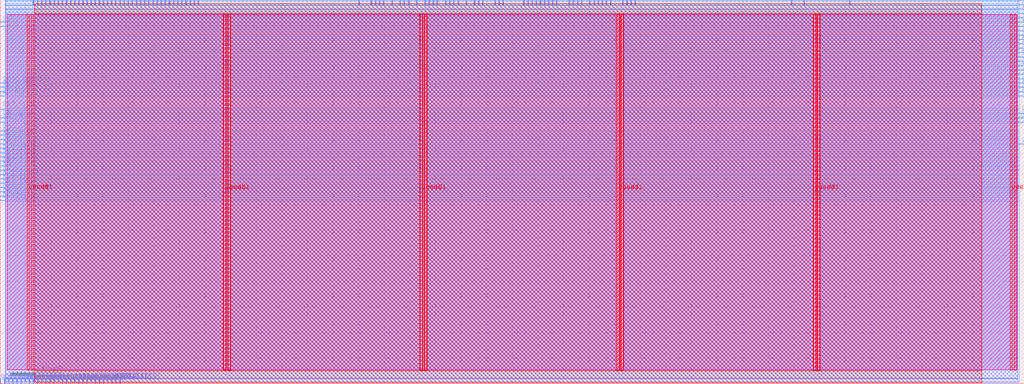
<source format=lef>
VERSION 5.7 ;
  NOWIREEXTENSIONATPIN ON ;
  DIVIDERCHAR "/" ;
  BUSBITCHARS "[]" ;
MACRO team_01
  CLASS BLOCK ;
  FOREIGN team_01 ;
  ORIGIN 0.000 0.000 ;
  SIZE 800.000 BY 300.000 ;
  PIN ACK_I
    DIRECTION INPUT ;
    USE SIGNAL ;
    ANTENNAGATEAREA 0.196500 ;
    ANTENNADIFFAREA 0.434700 ;
    PORT
      LAYER met2 ;
        RECT 64.490 296.000 64.770 300.000 ;
    END
  END ACK_I
  PIN ADR_O[0]
    DIRECTION OUTPUT ;
    USE SIGNAL ;
    ANTENNADIFFAREA 0.445500 ;
    PORT
      LAYER met2 ;
        RECT 305.990 296.000 306.270 300.000 ;
    END
  END ADR_O[0]
  PIN ADR_O[10]
    DIRECTION OUTPUT ;
    USE SIGNAL ;
    ANTENNADIFFAREA 0.445500 ;
    PORT
      LAYER met2 ;
        RECT 338.190 296.000 338.470 300.000 ;
    END
  END ADR_O[10]
  PIN ADR_O[11]
    DIRECTION OUTPUT ;
    USE SIGNAL ;
    ANTENNADIFFAREA 0.445500 ;
    PORT
      LAYER met2 ;
        RECT 415.470 296.000 415.750 300.000 ;
    END
  END ADR_O[11]
  PIN ADR_O[12]
    DIRECTION OUTPUT ;
    USE SIGNAL ;
    ANTENNADIFFAREA 0.445500 ;
    PORT
      LAYER met2 ;
        RECT 315.650 296.000 315.930 300.000 ;
    END
  END ADR_O[12]
  PIN ADR_O[13]
    DIRECTION OUTPUT ;
    USE SIGNAL ;
    ANTENNADIFFAREA 0.445500 ;
    PORT
      LAYER met2 ;
        RECT 289.890 296.000 290.170 300.000 ;
    END
  END ADR_O[13]
  PIN ADR_O[14]
    DIRECTION OUTPUT ;
    USE SIGNAL ;
    ANTENNADIFFAREA 0.445500 ;
    PORT
      LAYER met2 ;
        RECT 296.330 296.000 296.610 300.000 ;
    END
  END ADR_O[14]
  PIN ADR_O[15]
    DIRECTION OUTPUT ;
    USE SIGNAL ;
    ANTENNADIFFAREA 0.445500 ;
    PORT
      LAYER met2 ;
        RECT 354.290 296.000 354.570 300.000 ;
    END
  END ADR_O[15]
  PIN ADR_O[16]
    DIRECTION OUTPUT ;
    USE SIGNAL ;
    ANTENNADIFFAREA 0.445500 ;
    PORT
      LAYER met2 ;
        RECT 80.590 296.000 80.870 300.000 ;
    END
  END ADR_O[16]
  PIN ADR_O[17]
    DIRECTION OUTPUT ;
    USE SIGNAL ;
    ANTENNADIFFAREA 0.445500 ;
    PORT
      LAYER met2 ;
        RECT 83.810 296.000 84.090 300.000 ;
    END
  END ADR_O[17]
  PIN ADR_O[18]
    DIRECTION OUTPUT ;
    USE SIGNAL ;
    ANTENNADIFFAREA 0.445500 ;
    PORT
      LAYER met2 ;
        RECT 389.710 296.000 389.990 300.000 ;
    END
  END ADR_O[18]
  PIN ADR_O[19]
    DIRECTION OUTPUT ;
    USE SIGNAL ;
    ANTENNADIFFAREA 0.445500 ;
    PORT
      LAYER met2 ;
        RECT 418.690 296.000 418.970 300.000 ;
    END
  END ADR_O[19]
  PIN ADR_O[1]
    DIRECTION OUTPUT ;
    USE SIGNAL ;
    ANTENNADIFFAREA 0.445500 ;
    PORT
      LAYER met2 ;
        RECT 144.990 296.000 145.270 300.000 ;
    END
  END ADR_O[1]
  PIN ADR_O[20]
    DIRECTION OUTPUT ;
    USE SIGNAL ;
    ANTENNADIFFAREA 0.445500 ;
    PORT
      LAYER met2 ;
        RECT 425.130 296.000 425.410 300.000 ;
    END
  END ADR_O[20]
  PIN ADR_O[21]
    DIRECTION OUTPUT ;
    USE SIGNAL ;
    ANTENNADIFFAREA 0.445500 ;
    PORT
      LAYER met2 ;
        RECT 347.850 296.000 348.130 300.000 ;
    END
  END ADR_O[21]
  PIN ADR_O[22]
    DIRECTION OUTPUT ;
    USE SIGNAL ;
    ANTENNADIFFAREA 0.445500 ;
    PORT
      LAYER met2 ;
        RECT 135.330 296.000 135.610 300.000 ;
    END
  END ADR_O[22]
  PIN ADR_O[23]
    DIRECTION OUTPUT ;
    USE SIGNAL ;
    ANTENNADIFFAREA 0.445500 ;
    PORT
      LAYER met2 ;
        RECT 299.550 296.000 299.830 300.000 ;
    END
  END ADR_O[23]
  PIN ADR_O[24]
    DIRECTION OUTPUT ;
    USE SIGNAL ;
    ANTENNADIFFAREA 0.445500 ;
    PORT
      LAYER met2 ;
        RECT 373.610 296.000 373.890 300.000 ;
    END
  END ADR_O[24]
  PIN ADR_O[25]
    DIRECTION OUTPUT ;
    USE SIGNAL ;
    ANTENNADIFFAREA 0.445500 ;
    PORT
      LAYER met2 ;
        RECT 386.490 296.000 386.770 300.000 ;
    END
  END ADR_O[25]
  PIN ADR_O[26]
    DIRECTION OUTPUT ;
    USE SIGNAL ;
    ANTENNADIFFAREA 0.445500 ;
    PORT
      LAYER met2 ;
        RECT 293.110 296.000 293.390 300.000 ;
    END
  END ADR_O[26]
  PIN ADR_O[27]
    DIRECTION OUTPUT ;
    USE SIGNAL ;
    ANTENNADIFFAREA 0.445500 ;
    PORT
      LAYER met2 ;
        RECT 280.230 296.000 280.510 300.000 ;
    END
  END ADR_O[27]
  PIN ADR_O[28]
    DIRECTION OUTPUT ;
    USE SIGNAL ;
    ANTENNADIFFAREA 0.445500 ;
    PORT
      LAYER met2 ;
        RECT 392.930 296.000 393.210 300.000 ;
    END
  END ADR_O[28]
  PIN ADR_O[29]
    DIRECTION OUTPUT ;
    USE SIGNAL ;
    ANTENNADIFFAREA 0.445500 ;
    PORT
      LAYER met2 ;
        RECT 334.970 296.000 335.250 300.000 ;
    END
  END ADR_O[29]
  PIN ADR_O[2]
    DIRECTION OUTPUT ;
    USE SIGNAL ;
    ANTENNADIFFAREA 0.445500 ;
    PORT
      LAYER met2 ;
        RECT 325.310 296.000 325.590 300.000 ;
    END
  END ADR_O[2]
  PIN ADR_O[30]
    DIRECTION OUTPUT ;
    USE SIGNAL ;
    ANTENNADIFFAREA 0.445500 ;
    PORT
      LAYER met2 ;
        RECT 119.230 296.000 119.510 300.000 ;
    END
  END ADR_O[30]
  PIN ADR_O[31]
    DIRECTION OUTPUT ;
    USE SIGNAL ;
    ANTENNADIFFAREA 0.445500 ;
    PORT
      LAYER met2 ;
        RECT 154.650 296.000 154.930 300.000 ;
    END
  END ADR_O[31]
  PIN ADR_O[3]
    DIRECTION OUTPUT ;
    USE SIGNAL ;
    ANTENNADIFFAREA 0.445500 ;
    PORT
      LAYER met2 ;
        RECT 112.790 296.000 113.070 300.000 ;
    END
  END ADR_O[3]
  PIN ADR_O[4]
    DIRECTION OUTPUT ;
    USE SIGNAL ;
    ANTENNADIFFAREA 0.445500 ;
    PORT
      LAYER met2 ;
        RECT 318.870 296.000 319.150 300.000 ;
    END
  END ADR_O[4]
  PIN ADR_O[5]
    DIRECTION OUTPUT ;
    USE SIGNAL ;
    ANTENNADIFFAREA 0.445500 ;
    PORT
      LAYER met2 ;
        RECT 341.410 296.000 341.690 300.000 ;
    END
  END ADR_O[5]
  PIN ADR_O[6]
    DIRECTION OUTPUT ;
    USE SIGNAL ;
    ANTENNADIFFAREA 0.445500 ;
    PORT
      LAYER met2 ;
        RECT 357.510 296.000 357.790 300.000 ;
    END
  END ADR_O[6]
  PIN ADR_O[7]
    DIRECTION OUTPUT ;
    USE SIGNAL ;
    ANTENNADIFFAREA 0.445500 ;
    PORT
      LAYER met2 ;
        RECT 428.350 296.000 428.630 300.000 ;
    END
  END ADR_O[7]
  PIN ADR_O[8]
    DIRECTION OUTPUT ;
    USE SIGNAL ;
    ANTENNADIFFAREA 0.445500 ;
    PORT
      LAYER met2 ;
        RECT 412.250 296.000 412.530 300.000 ;
    END
  END ADR_O[8]
  PIN ADR_O[9]
    DIRECTION OUTPUT ;
    USE SIGNAL ;
    ANTENNADIFFAREA 0.445500 ;
    PORT
      LAYER met2 ;
        RECT 363.950 296.000 364.230 300.000 ;
    END
  END ADR_O[9]
  PIN CYC_O
    DIRECTION OUTPUT ;
    USE SIGNAL ;
    ANTENNADIFFAREA 0.445500 ;
    PORT
      LAYER met2 ;
        RECT 61.270 296.000 61.550 300.000 ;
    END
  END CYC_O
  PIN DAT_I[0]
    DIRECTION INPUT ;
    USE SIGNAL ;
    ANTENNAGATEAREA 0.196500 ;
    ANTENNADIFFAREA 0.434700 ;
    PORT
      LAYER met2 ;
        RECT 103.130 296.000 103.410 300.000 ;
    END
  END DAT_I[0]
  PIN DAT_I[10]
    DIRECTION INPUT ;
    USE SIGNAL ;
    ANTENNAGATEAREA 0.196500 ;
    ANTENNADIFFAREA 0.434700 ;
    PORT
      LAYER met2 ;
        RECT 87.030 296.000 87.310 300.000 ;
    END
  END DAT_I[10]
  PIN DAT_I[11]
    DIRECTION INPUT ;
    USE SIGNAL ;
    ANTENNAGATEAREA 0.196500 ;
    ANTENNADIFFAREA 0.434700 ;
    PORT
      LAYER met2 ;
        RECT 151.430 296.000 151.710 300.000 ;
    END
  END DAT_I[11]
  PIN DAT_I[12]
    DIRECTION INPUT ;
    USE SIGNAL ;
    ANTENNAGATEAREA 0.196500 ;
    ANTENNADIFFAREA 0.434700 ;
    PORT
      LAYER met2 ;
        RECT 141.770 296.000 142.050 300.000 ;
    END
  END DAT_I[12]
  PIN DAT_I[13]
    DIRECTION INPUT ;
    USE SIGNAL ;
    ANTENNAGATEAREA 0.196500 ;
    ANTENNADIFFAREA 0.434700 ;
    PORT
      LAYER met2 ;
        RECT 109.570 296.000 109.850 300.000 ;
    END
  END DAT_I[13]
  PIN DAT_I[14]
    DIRECTION INPUT ;
    USE SIGNAL ;
    ANTENNAGATEAREA 0.196500 ;
    ANTENNADIFFAREA 0.434700 ;
    PORT
      LAYER met2 ;
        RECT 77.370 296.000 77.650 300.000 ;
    END
  END DAT_I[14]
  PIN DAT_I[15]
    DIRECTION INPUT ;
    USE SIGNAL ;
    ANTENNAGATEAREA 0.196500 ;
    ANTENNADIFFAREA 0.434700 ;
    PORT
      LAYER met3 ;
        RECT 0.000 180.240 4.000 180.840 ;
    END
  END DAT_I[15]
  PIN DAT_I[16]
    DIRECTION INPUT ;
    USE SIGNAL ;
    ANTENNAGATEAREA 0.196500 ;
    ANTENNADIFFAREA 0.434700 ;
    PORT
      LAYER met3 ;
        RECT 0.000 142.840 4.000 143.440 ;
    END
  END DAT_I[16]
  PIN DAT_I[17]
    DIRECTION INPUT ;
    USE SIGNAL ;
    ANTENNAGATEAREA 0.196500 ;
    ANTENNADIFFAREA 0.434700 ;
    PORT
      LAYER met3 ;
        RECT 0.000 163.240 4.000 163.840 ;
    END
  END DAT_I[17]
  PIN DAT_I[18]
    DIRECTION INPUT ;
    USE SIGNAL ;
    ANTENNAGATEAREA 0.196500 ;
    ANTENNADIFFAREA 0.434700 ;
    PORT
      LAYER met3 ;
        RECT 0.000 153.040 4.000 153.640 ;
    END
  END DAT_I[18]
  PIN DAT_I[19]
    DIRECTION INPUT ;
    USE SIGNAL ;
    ANTENNAGATEAREA 0.196500 ;
    ANTENNADIFFAREA 0.434700 ;
    PORT
      LAYER met3 ;
        RECT 0.000 166.640 4.000 167.240 ;
    END
  END DAT_I[19]
  PIN DAT_I[1]
    DIRECTION INPUT ;
    USE SIGNAL ;
    ANTENNAGATEAREA 0.196500 ;
    ANTENNADIFFAREA 0.434700 ;
    PORT
      LAYER met2 ;
        RECT 122.450 296.000 122.730 300.000 ;
    END
  END DAT_I[1]
  PIN DAT_I[20]
    DIRECTION INPUT ;
    USE SIGNAL ;
    ANTENNAGATEAREA 0.196500 ;
    ANTENNADIFFAREA 0.434700 ;
    PORT
      LAYER met3 ;
        RECT 0.000 173.440 4.000 174.040 ;
    END
  END DAT_I[20]
  PIN DAT_I[21]
    DIRECTION INPUT ;
    USE SIGNAL ;
    ANTENNAGATEAREA 0.196500 ;
    ANTENNADIFFAREA 0.434700 ;
    PORT
      LAYER met3 ;
        RECT 0.000 156.440 4.000 157.040 ;
    END
  END DAT_I[21]
  PIN DAT_I[22]
    DIRECTION INPUT ;
    USE SIGNAL ;
    ANTENNAGATEAREA 0.196500 ;
    ANTENNADIFFAREA 0.434700 ;
    PORT
      LAYER met3 ;
        RECT 0.000 146.240 4.000 146.840 ;
    END
  END DAT_I[22]
  PIN DAT_I[23]
    DIRECTION INPUT ;
    USE SIGNAL ;
    ANTENNAGATEAREA 0.196500 ;
    ANTENNADIFFAREA 0.434700 ;
    PORT
      LAYER met3 ;
        RECT 0.000 149.640 4.000 150.240 ;
    END
  END DAT_I[23]
  PIN DAT_I[24]
    DIRECTION INPUT ;
    USE SIGNAL ;
    ANTENNAGATEAREA 0.196500 ;
    ANTENNADIFFAREA 0.434700 ;
    PORT
      LAYER met3 ;
        RECT 0.000 170.040 4.000 170.640 ;
    END
  END DAT_I[24]
  PIN DAT_I[25]
    DIRECTION INPUT ;
    USE SIGNAL ;
    ANTENNAGATEAREA 0.196500 ;
    ANTENNADIFFAREA 0.434700 ;
    PORT
      LAYER met3 ;
        RECT 0.000 159.840 4.000 160.440 ;
    END
  END DAT_I[25]
  PIN DAT_I[26]
    DIRECTION INPUT ;
    USE SIGNAL ;
    ANTENNAGATEAREA 0.196500 ;
    ANTENNADIFFAREA 0.434700 ;
    PORT
      LAYER met3 ;
        RECT 0.000 176.840 4.000 177.440 ;
    END
  END DAT_I[26]
  PIN DAT_I[27]
    DIRECTION INPUT ;
    USE SIGNAL ;
    ANTENNAGATEAREA 0.196500 ;
    ANTENNADIFFAREA 0.434700 ;
    PORT
      LAYER met3 ;
        RECT 0.000 197.240 4.000 197.840 ;
    END
  END DAT_I[27]
  PIN DAT_I[28]
    DIRECTION INPUT ;
    USE SIGNAL ;
    ANTENNAGATEAREA 0.196500 ;
    ANTENNADIFFAREA 0.434700 ;
    PORT
      LAYER met3 ;
        RECT 0.000 183.640 4.000 184.240 ;
    END
  END DAT_I[28]
  PIN DAT_I[29]
    DIRECTION INPUT ;
    USE SIGNAL ;
    ANTENNAGATEAREA 0.196500 ;
    ANTENNADIFFAREA 0.434700 ;
    PORT
      LAYER met2 ;
        RECT 93.470 296.000 93.750 300.000 ;
    END
  END DAT_I[29]
  PIN DAT_I[2]
    DIRECTION INPUT ;
    USE SIGNAL ;
    ANTENNAGATEAREA 0.196500 ;
    ANTENNADIFFAREA 0.434700 ;
    PORT
      LAYER met2 ;
        RECT 106.350 296.000 106.630 300.000 ;
    END
  END DAT_I[2]
  PIN DAT_I[30]
    DIRECTION INPUT ;
    USE SIGNAL ;
    ANTENNAGATEAREA 0.196500 ;
    ANTENNADIFFAREA 0.434700 ;
    PORT
      LAYER met2 ;
        RECT 96.690 296.000 96.970 300.000 ;
    END
  END DAT_I[30]
  PIN DAT_I[31]
    DIRECTION INPUT ;
    USE SIGNAL ;
    ANTENNAGATEAREA 0.196500 ;
    ANTENNADIFFAREA 0.434700 ;
    PORT
      LAYER met3 ;
        RECT 0.000 187.040 4.000 187.640 ;
    END
  END DAT_I[31]
  PIN DAT_I[3]
    DIRECTION INPUT ;
    USE SIGNAL ;
    ANTENNAGATEAREA 0.196500 ;
    ANTENNADIFFAREA 0.434700 ;
    PORT
      LAYER met2 ;
        RECT 128.890 296.000 129.170 300.000 ;
    END
  END DAT_I[3]
  PIN DAT_I[4]
    DIRECTION INPUT ;
    USE SIGNAL ;
    ANTENNAGATEAREA 0.196500 ;
    ANTENNADIFFAREA 0.434700 ;
    PORT
      LAYER met2 ;
        RECT 116.010 296.000 116.290 300.000 ;
    END
  END DAT_I[4]
  PIN DAT_I[5]
    DIRECTION INPUT ;
    USE SIGNAL ;
    ANTENNAGATEAREA 0.196500 ;
    ANTENNADIFFAREA 0.434700 ;
    PORT
      LAYER met2 ;
        RECT 99.910 296.000 100.190 300.000 ;
    END
  END DAT_I[5]
  PIN DAT_I[6]
    DIRECTION INPUT ;
    USE SIGNAL ;
    ANTENNAGATEAREA 0.196500 ;
    ANTENNADIFFAREA 0.434700 ;
    PORT
      LAYER met2 ;
        RECT 148.210 296.000 148.490 300.000 ;
    END
  END DAT_I[6]
  PIN DAT_I[7]
    DIRECTION INPUT ;
    USE SIGNAL ;
    ANTENNAGATEAREA 0.196500 ;
    ANTENNADIFFAREA 0.434700 ;
    PORT
      LAYER met2 ;
        RECT 132.110 296.000 132.390 300.000 ;
    END
  END DAT_I[7]
  PIN DAT_I[8]
    DIRECTION INPUT ;
    USE SIGNAL ;
    ANTENNAGATEAREA 0.196500 ;
    ANTENNADIFFAREA 0.434700 ;
    PORT
      LAYER met2 ;
        RECT 138.550 296.000 138.830 300.000 ;
    END
  END DAT_I[8]
  PIN DAT_I[9]
    DIRECTION INPUT ;
    USE SIGNAL ;
    ANTENNAGATEAREA 0.196500 ;
    ANTENNADIFFAREA 0.434700 ;
    PORT
      LAYER met2 ;
        RECT 90.250 296.000 90.530 300.000 ;
    END
  END DAT_I[9]
  PIN DAT_O[0]
    DIRECTION OUTPUT ;
    USE SIGNAL ;
    ANTENNADIFFAREA 0.445500 ;
    PORT
      LAYER met2 ;
        RECT 492.750 296.000 493.030 300.000 ;
    END
  END DAT_O[0]
  PIN DAT_O[10]
    DIRECTION OUTPUT ;
    USE SIGNAL ;
    ANTENNADIFFAREA 0.445500 ;
    PORT
      LAYER met2 ;
        RECT 431.570 296.000 431.850 300.000 ;
    END
  END DAT_O[10]
  PIN DAT_O[11]
    DIRECTION OUTPUT ;
    USE SIGNAL ;
    ANTENNADIFFAREA 0.445500 ;
    PORT
      LAYER met2 ;
        RECT 331.750 296.000 332.030 300.000 ;
    END
  END DAT_O[11]
  PIN DAT_O[12]
    DIRECTION OUTPUT ;
    USE SIGNAL ;
    ANTENNADIFFAREA 0.445500 ;
    PORT
      LAYER met2 ;
        RECT 351.070 296.000 351.350 300.000 ;
    END
  END DAT_O[12]
  PIN DAT_O[13]
    DIRECTION OUTPUT ;
    USE SIGNAL ;
    ANTENNADIFFAREA 0.445500 ;
    PORT
      LAYER met2 ;
        RECT 25.850 296.000 26.130 300.000 ;
    END
  END DAT_O[13]
  PIN DAT_O[14]
    DIRECTION OUTPUT ;
    USE SIGNAL ;
    ANTENNADIFFAREA 0.445500 ;
    PORT
      LAYER met2 ;
        RECT 421.910 296.000 422.190 300.000 ;
    END
  END DAT_O[14]
  PIN DAT_O[15]
    DIRECTION OUTPUT ;
    USE SIGNAL ;
    ANTENNADIFFAREA 0.445500 ;
    PORT
      LAYER met2 ;
        RECT 312.430 296.000 312.710 300.000 ;
    END
  END DAT_O[15]
  PIN DAT_O[16]
    DIRECTION OUTPUT ;
    USE SIGNAL ;
    ANTENNADIFFAREA 0.445500 ;
    PORT
      LAYER met3 ;
        RECT 0.000 214.240 4.000 214.840 ;
    END
  END DAT_O[16]
  PIN DAT_O[17]
    DIRECTION OUTPUT ;
    USE SIGNAL ;
    ANTENNADIFFAREA 0.445500 ;
    PORT
      LAYER met2 ;
        RECT 67.710 296.000 67.990 300.000 ;
    END
  END DAT_O[17]
  PIN DAT_O[18]
    DIRECTION OUTPUT ;
    USE SIGNAL ;
    ANTENNADIFFAREA 0.445500 ;
    PORT
      LAYER met2 ;
        RECT 454.110 296.000 454.390 300.000 ;
    END
  END DAT_O[18]
  PIN DAT_O[19]
    DIRECTION OUTPUT ;
    USE SIGNAL ;
    ANTENNADIFFAREA 0.445500 ;
    PORT
      LAYER met2 ;
        RECT 409.030 296.000 409.310 300.000 ;
    END
  END DAT_O[19]
  PIN DAT_O[1]
    DIRECTION OUTPUT ;
    USE SIGNAL ;
    ANTENNADIFFAREA 0.445500 ;
    PORT
      LAYER met2 ;
        RECT 476.650 296.000 476.930 300.000 ;
    END
  END DAT_O[1]
  PIN DAT_O[20]
    DIRECTION OUTPUT ;
    USE SIGNAL ;
    ANTENNADIFFAREA 0.445500 ;
    PORT
      LAYER met2 ;
        RECT 450.890 296.000 451.170 300.000 ;
    END
  END DAT_O[20]
  PIN DAT_O[21]
    DIRECTION OUTPUT ;
    USE SIGNAL ;
    ANTENNADIFFAREA 0.445500 ;
    PORT
      LAYER met2 ;
        RECT 463.770 296.000 464.050 300.000 ;
    END
  END DAT_O[21]
  PIN DAT_O[22]
    DIRECTION OUTPUT ;
    USE SIGNAL ;
    ANTENNADIFFAREA 0.445500 ;
    PORT
      LAYER met2 ;
        RECT 70.930 296.000 71.210 300.000 ;
    END
  END DAT_O[22]
  PIN DAT_O[23]
    DIRECTION OUTPUT ;
    USE SIGNAL ;
    ANTENNADIFFAREA 0.445500 ;
    PORT
      LAYER met2 ;
        RECT 74.150 296.000 74.430 300.000 ;
    END
  END DAT_O[23]
  PIN DAT_O[24]
    DIRECTION OUTPUT ;
    USE SIGNAL ;
    ANTENNADIFFAREA 0.445500 ;
    PORT
      LAYER met2 ;
        RECT 466.990 296.000 467.270 300.000 ;
    END
  END DAT_O[24]
  PIN DAT_O[25]
    DIRECTION OUTPUT ;
    USE SIGNAL ;
    ANTENNADIFFAREA 0.445500 ;
    PORT
      LAYER met2 ;
        RECT 370.390 296.000 370.670 300.000 ;
    END
  END DAT_O[25]
  PIN DAT_O[26]
    DIRECTION OUTPUT ;
    USE SIGNAL ;
    ANTENNADIFFAREA 0.445500 ;
    PORT
      LAYER met3 ;
        RECT 0.000 193.840 4.000 194.440 ;
    END
  END DAT_O[26]
  PIN DAT_O[27]
    DIRECTION OUTPUT ;
    USE SIGNAL ;
    ANTENNADIFFAREA 0.445500 ;
    PORT
      LAYER met3 ;
        RECT 0.000 190.440 4.000 191.040 ;
    END
  END DAT_O[27]
  PIN DAT_O[28]
    DIRECTION OUTPUT ;
    USE SIGNAL ;
    ANTENNADIFFAREA 0.445500 ;
    PORT
      LAYER met2 ;
        RECT 376.830 296.000 377.110 300.000 ;
    END
  END DAT_O[28]
  PIN DAT_O[29]
    DIRECTION OUTPUT ;
    USE SIGNAL ;
    ANTENNADIFFAREA 0.445500 ;
    PORT
      LAYER met2 ;
        RECT 447.670 296.000 447.950 300.000 ;
    END
  END DAT_O[29]
  PIN DAT_O[2]
    DIRECTION OUTPUT ;
    USE SIGNAL ;
    ANTENNADIFFAREA 0.445500 ;
    PORT
      LAYER met2 ;
        RECT 486.310 296.000 486.590 300.000 ;
    END
  END DAT_O[2]
  PIN DAT_O[30]
    DIRECTION OUTPUT ;
    USE SIGNAL ;
    ANTENNADIFFAREA 0.445500 ;
    PORT
      LAYER met3 ;
        RECT 0.000 207.440 4.000 208.040 ;
    END
  END DAT_O[30]
  PIN DAT_O[31]
    DIRECTION OUTPUT ;
    USE SIGNAL ;
    ANTENNADIFFAREA 0.445500 ;
    PORT
      LAYER met3 ;
        RECT 0.000 204.040 4.000 204.640 ;
    END
  END DAT_O[31]
  PIN DAT_O[3]
    DIRECTION OUTPUT ;
    USE SIGNAL ;
    ANTENNADIFFAREA 0.445500 ;
    PORT
      LAYER met2 ;
        RECT 489.530 296.000 489.810 300.000 ;
    END
  END DAT_O[3]
  PIN DAT_O[4]
    DIRECTION OUTPUT ;
    USE SIGNAL ;
    ANTENNADIFFAREA 0.445500 ;
    PORT
      LAYER met2 ;
        RECT 495.970 296.000 496.250 300.000 ;
    END
  END DAT_O[4]
  PIN DAT_O[5]
    DIRECTION OUTPUT ;
    USE SIGNAL ;
    ANTENNADIFFAREA 0.445500 ;
    PORT
      LAYER met2 ;
        RECT 460.550 296.000 460.830 300.000 ;
    END
  END DAT_O[5]
  PIN DAT_O[6]
    DIRECTION OUTPUT ;
    USE SIGNAL ;
    ANTENNADIFFAREA 0.445500 ;
    PORT
      LAYER met2 ;
        RECT 444.450 296.000 444.730 300.000 ;
    END
  END DAT_O[6]
  PIN DAT_O[7]
    DIRECTION OUTPUT ;
    USE SIGNAL ;
    ANTENNADIFFAREA 0.445500 ;
    PORT
      LAYER met2 ;
        RECT 470.210 296.000 470.490 300.000 ;
    END
  END DAT_O[7]
  PIN DAT_O[8]
    DIRECTION OUTPUT ;
    USE SIGNAL ;
    ANTENNADIFFAREA 0.445500 ;
    PORT
      LAYER met2 ;
        RECT 434.790 296.000 435.070 300.000 ;
    END
  END DAT_O[8]
  PIN DAT_O[9]
    DIRECTION OUTPUT ;
    USE SIGNAL ;
    ANTENNADIFFAREA 0.445500 ;
    PORT
      LAYER met2 ;
        RECT 48.390 296.000 48.670 300.000 ;
    END
  END DAT_O[9]
  PIN SEL_O[0]
    DIRECTION OUTPUT ;
    USE SIGNAL ;
    ANTENNADIFFAREA 0.445500 ;
    PORT
      LAYER met2 ;
        RECT 29.070 296.000 29.350 300.000 ;
    END
  END SEL_O[0]
  PIN SEL_O[1]
    DIRECTION OUTPUT ;
    USE SIGNAL ;
    ANTENNADIFFAREA 0.445500 ;
    PORT
      LAYER met2 ;
        RECT 54.830 296.000 55.110 300.000 ;
    END
  END SEL_O[1]
  PIN SEL_O[2]
    DIRECTION OUTPUT ;
    USE SIGNAL ;
    ANTENNADIFFAREA 0.445500 ;
    PORT
      LAYER met2 ;
        RECT 51.610 296.000 51.890 300.000 ;
    END
  END SEL_O[2]
  PIN SEL_O[3]
    DIRECTION OUTPUT ;
    USE SIGNAL ;
    ANTENNADIFFAREA 0.445500 ;
    PORT
      LAYER met2 ;
        RECT 32.290 296.000 32.570 300.000 ;
    END
  END SEL_O[3]
  PIN STB_O
    DIRECTION OUTPUT ;
    USE SIGNAL ;
    ANTENNADIFFAREA 0.445500 ;
    PORT
      LAYER met2 ;
        RECT 58.050 296.000 58.330 300.000 ;
    END
  END STB_O
  PIN WE_O
    DIRECTION OUTPUT ;
    USE SIGNAL ;
    ANTENNADIFFAREA 0.445500 ;
    PORT
      LAYER met2 ;
        RECT 473.430 296.000 473.710 300.000 ;
    END
  END WE_O
  PIN clk
    DIRECTION INPUT ;
    USE SIGNAL ;
    ANTENNAGATEAREA 0.852000 ;
    ANTENNADIFFAREA 0.434700 ;
    PORT
      LAYER met3 ;
        RECT 0.000 282.240 4.000 282.840 ;
    END
  END clk
  PIN en
    DIRECTION INPUT ;
    USE SIGNAL ;
    ANTENNAGATEAREA 0.196500 ;
    ANTENNADIFFAREA 0.434700 ;
    PORT
      LAYER met2 ;
        RECT 125.670 296.000 125.950 300.000 ;
    END
  END en
  PIN gpio_in[0]
    DIRECTION INPUT ;
    USE SIGNAL ;
    PORT
      LAYER met2 ;
        RECT 0.090 0.000 0.370 4.000 ;
    END
  END gpio_in[0]
  PIN gpio_in[10]
    DIRECTION INPUT ;
    USE SIGNAL ;
    PORT
      LAYER met2 ;
        RECT 3.310 0.000 3.590 4.000 ;
    END
  END gpio_in[10]
  PIN gpio_in[11]
    DIRECTION INPUT ;
    USE SIGNAL ;
    PORT
      LAYER met2 ;
        RECT 6.530 0.000 6.810 4.000 ;
    END
  END gpio_in[11]
  PIN gpio_in[12]
    DIRECTION INPUT ;
    USE SIGNAL ;
    ANTENNAGATEAREA 0.196500 ;
    ANTENNADIFFAREA 0.434700 ;
    PORT
      LAYER met2 ;
        RECT 35.510 296.000 35.790 300.000 ;
    END
  END gpio_in[12]
  PIN gpio_in[13]
    DIRECTION INPUT ;
    USE SIGNAL ;
    ANTENNAGATEAREA 0.196500 ;
    ANTENNADIFFAREA 0.434700 ;
    PORT
      LAYER met2 ;
        RECT 38.730 296.000 39.010 300.000 ;
    END
  END gpio_in[13]
  PIN gpio_in[14]
    DIRECTION INPUT ;
    USE SIGNAL ;
    ANTENNAGATEAREA 0.196500 ;
    ANTENNADIFFAREA 0.434700 ;
    PORT
      LAYER met2 ;
        RECT 41.950 296.000 42.230 300.000 ;
    END
  END gpio_in[14]
  PIN gpio_in[15]
    DIRECTION INPUT ;
    USE SIGNAL ;
    ANTENNAGATEAREA 0.196500 ;
    ANTENNADIFFAREA 0.434700 ;
    PORT
      LAYER met2 ;
        RECT 45.170 296.000 45.450 300.000 ;
    END
  END gpio_in[15]
  PIN gpio_in[16]
    DIRECTION INPUT ;
    USE SIGNAL ;
    PORT
      LAYER met2 ;
        RECT 9.750 0.000 10.030 4.000 ;
    END
  END gpio_in[16]
  PIN gpio_in[17]
    DIRECTION INPUT ;
    USE SIGNAL ;
    PORT
      LAYER met2 ;
        RECT 12.970 0.000 13.250 4.000 ;
    END
  END gpio_in[17]
  PIN gpio_in[18]
    DIRECTION INPUT ;
    USE SIGNAL ;
    PORT
      LAYER met2 ;
        RECT 16.190 0.000 16.470 4.000 ;
    END
  END gpio_in[18]
  PIN gpio_in[19]
    DIRECTION INPUT ;
    USE SIGNAL ;
    PORT
      LAYER met2 ;
        RECT 19.410 0.000 19.690 4.000 ;
    END
  END gpio_in[19]
  PIN gpio_in[1]
    DIRECTION INPUT ;
    USE SIGNAL ;
    PORT
      LAYER met2 ;
        RECT 22.630 0.000 22.910 4.000 ;
    END
  END gpio_in[1]
  PIN gpio_in[20]
    DIRECTION INPUT ;
    USE SIGNAL ;
    PORT
      LAYER met2 ;
        RECT 25.850 0.000 26.130 4.000 ;
    END
  END gpio_in[20]
  PIN gpio_in[21]
    DIRECTION INPUT ;
    USE SIGNAL ;
    PORT
      LAYER met2 ;
        RECT 29.070 0.000 29.350 4.000 ;
    END
  END gpio_in[21]
  PIN gpio_in[22]
    DIRECTION INPUT ;
    USE SIGNAL ;
    PORT
      LAYER met2 ;
        RECT 32.290 0.000 32.570 4.000 ;
    END
  END gpio_in[22]
  PIN gpio_in[23]
    DIRECTION INPUT ;
    USE SIGNAL ;
    PORT
      LAYER met2 ;
        RECT 35.510 0.000 35.790 4.000 ;
    END
  END gpio_in[23]
  PIN gpio_in[24]
    DIRECTION INPUT ;
    USE SIGNAL ;
    PORT
      LAYER met2 ;
        RECT 38.730 0.000 39.010 4.000 ;
    END
  END gpio_in[24]
  PIN gpio_in[25]
    DIRECTION INPUT ;
    USE SIGNAL ;
    PORT
      LAYER met2 ;
        RECT 41.950 0.000 42.230 4.000 ;
    END
  END gpio_in[25]
  PIN gpio_in[26]
    DIRECTION INPUT ;
    USE SIGNAL ;
    PORT
      LAYER met2 ;
        RECT 45.170 0.000 45.450 4.000 ;
    END
  END gpio_in[26]
  PIN gpio_in[27]
    DIRECTION INPUT ;
    USE SIGNAL ;
    PORT
      LAYER met2 ;
        RECT 48.390 0.000 48.670 4.000 ;
    END
  END gpio_in[27]
  PIN gpio_in[28]
    DIRECTION INPUT ;
    USE SIGNAL ;
    PORT
      LAYER met2 ;
        RECT 51.610 0.000 51.890 4.000 ;
    END
  END gpio_in[28]
  PIN gpio_in[29]
    DIRECTION INPUT ;
    USE SIGNAL ;
    PORT
      LAYER met2 ;
        RECT 54.830 0.000 55.110 4.000 ;
    END
  END gpio_in[29]
  PIN gpio_in[2]
    DIRECTION INPUT ;
    USE SIGNAL ;
    PORT
      LAYER met2 ;
        RECT 58.050 0.000 58.330 4.000 ;
    END
  END gpio_in[2]
  PIN gpio_in[30]
    DIRECTION INPUT ;
    USE SIGNAL ;
    PORT
      LAYER met2 ;
        RECT 61.270 0.000 61.550 4.000 ;
    END
  END gpio_in[30]
  PIN gpio_in[31]
    DIRECTION INPUT ;
    USE SIGNAL ;
    PORT
      LAYER met2 ;
        RECT 64.490 0.000 64.770 4.000 ;
    END
  END gpio_in[31]
  PIN gpio_in[32]
    DIRECTION INPUT ;
    USE SIGNAL ;
    PORT
      LAYER met2 ;
        RECT 67.710 0.000 67.990 4.000 ;
    END
  END gpio_in[32]
  PIN gpio_in[33]
    DIRECTION INPUT ;
    USE SIGNAL ;
    PORT
      LAYER met2 ;
        RECT 70.930 0.000 71.210 4.000 ;
    END
  END gpio_in[33]
  PIN gpio_in[3]
    DIRECTION INPUT ;
    USE SIGNAL ;
    PORT
      LAYER met2 ;
        RECT 74.150 0.000 74.430 4.000 ;
    END
  END gpio_in[3]
  PIN gpio_in[4]
    DIRECTION INPUT ;
    USE SIGNAL ;
    PORT
      LAYER met2 ;
        RECT 77.370 0.000 77.650 4.000 ;
    END
  END gpio_in[4]
  PIN gpio_in[5]
    DIRECTION INPUT ;
    USE SIGNAL ;
    PORT
      LAYER met2 ;
        RECT 80.590 0.000 80.870 4.000 ;
    END
  END gpio_in[5]
  PIN gpio_in[6]
    DIRECTION INPUT ;
    USE SIGNAL ;
    PORT
      LAYER met2 ;
        RECT 83.810 0.000 84.090 4.000 ;
    END
  END gpio_in[6]
  PIN gpio_in[7]
    DIRECTION INPUT ;
    USE SIGNAL ;
    PORT
      LAYER met2 ;
        RECT 87.030 0.000 87.310 4.000 ;
    END
  END gpio_in[7]
  PIN gpio_in[8]
    DIRECTION INPUT ;
    USE SIGNAL ;
    PORT
      LAYER met2 ;
        RECT 90.250 0.000 90.530 4.000 ;
    END
  END gpio_in[8]
  PIN gpio_in[9]
    DIRECTION INPUT ;
    USE SIGNAL ;
    PORT
      LAYER met2 ;
        RECT 93.470 0.000 93.750 4.000 ;
    END
  END gpio_in[9]
  PIN gpio_out[0]
    DIRECTION OUTPUT ;
    USE SIGNAL ;
    ANTENNADIFFAREA 0.445500 ;
    PORT
      LAYER met3 ;
        RECT 796.000 227.840 800.000 228.440 ;
    END
  END gpio_out[0]
  PIN gpio_out[10]
    DIRECTION OUTPUT ;
    USE SIGNAL ;
    ANTENNADIFFAREA 0.445500 ;
    PORT
      LAYER met3 ;
        RECT 796.000 207.440 800.000 208.040 ;
    END
  END gpio_out[10]
  PIN gpio_out[11]
    DIRECTION OUTPUT ;
    USE SIGNAL ;
    ANTENNADIFFAREA 0.445500 ;
    PORT
      LAYER met3 ;
        RECT 796.000 224.440 800.000 225.040 ;
    END
  END gpio_out[11]
  PIN gpio_out[12]
    DIRECTION OUTPUT ;
    USE SIGNAL ;
    ANTENNADIFFAREA 0.445500 ;
    PORT
      LAYER met3 ;
        RECT 796.000 299.240 800.000 299.840 ;
    END
  END gpio_out[12]
  PIN gpio_out[13]
    DIRECTION OUTPUT ;
    USE SIGNAL ;
    ANTENNADIFFAREA 0.445500 ;
    PORT
      LAYER met3 ;
        RECT 796.000 248.240 800.000 248.840 ;
    END
  END gpio_out[13]
  PIN gpio_out[14]
    DIRECTION OUTPUT ;
    USE SIGNAL ;
    ANTENNADIFFAREA 0.445500 ;
    PORT
      LAYER met3 ;
        RECT 796.000 278.840 800.000 279.440 ;
    END
  END gpio_out[14]
  PIN gpio_out[15]
    DIRECTION OUTPUT ;
    USE SIGNAL ;
    ANTENNADIFFAREA 0.445500 ;
    PORT
      LAYER met3 ;
        RECT 796.000 285.640 800.000 286.240 ;
    END
  END gpio_out[15]
  PIN gpio_out[16]
    DIRECTION OUTPUT ;
    USE SIGNAL ;
    ANTENNADIFFAREA 0.445500 ;
    PORT
      LAYER met3 ;
        RECT 0.000 231.240 4.000 231.840 ;
    END
  END gpio_out[16]
  PIN gpio_out[17]
    DIRECTION OUTPUT ;
    USE SIGNAL ;
    ANTENNADIFFAREA 0.445500 ;
    PORT
      LAYER met3 ;
        RECT 0.000 227.840 4.000 228.440 ;
    END
  END gpio_out[17]
  PIN gpio_out[18]
    DIRECTION OUTPUT ;
    USE SIGNAL ;
    ANTENNADIFFAREA 0.445500 ;
    PORT
      LAYER met3 ;
        RECT 0.000 224.440 4.000 225.040 ;
    END
  END gpio_out[18]
  PIN gpio_out[19]
    DIRECTION OUTPUT ;
    USE SIGNAL ;
    ANTENNADIFFAREA 0.445500 ;
    PORT
      LAYER met3 ;
        RECT 0.000 234.640 4.000 235.240 ;
    END
  END gpio_out[19]
  PIN gpio_out[1]
    DIRECTION OUTPUT ;
    USE SIGNAL ;
    ANTENNADIFFAREA 0.445500 ;
    PORT
      LAYER met3 ;
        RECT 796.000 210.840 800.000 211.440 ;
    END
  END gpio_out[1]
  PIN gpio_out[20]
    DIRECTION OUTPUT ;
    USE SIGNAL ;
    ANTENNADIFFAREA 0.445500 ;
    PORT
      LAYER met3 ;
        RECT 796.000 272.040 800.000 272.640 ;
    END
  END gpio_out[20]
  PIN gpio_out[21]
    DIRECTION OUTPUT ;
    USE SIGNAL ;
    ANTENNADIFFAREA 0.445500 ;
    PORT
      LAYER met3 ;
        RECT 796.000 268.640 800.000 269.240 ;
    END
  END gpio_out[21]
  PIN gpio_out[22]
    DIRECTION OUTPUT ;
    USE SIGNAL ;
    ANTENNADIFFAREA 0.445500 ;
    PORT
      LAYER met3 ;
        RECT 796.000 289.040 800.000 289.640 ;
    END
  END gpio_out[22]
  PIN gpio_out[23]
    DIRECTION OUTPUT ;
    USE SIGNAL ;
    ANTENNADIFFAREA 0.445500 ;
    PORT
      LAYER met3 ;
        RECT 796.000 258.440 800.000 259.040 ;
    END
  END gpio_out[23]
  PIN gpio_out[24]
    DIRECTION OUTPUT ;
    USE SIGNAL ;
    ANTENNADIFFAREA 0.445500 ;
    PORT
      LAYER met3 ;
        RECT 796.000 255.040 800.000 255.640 ;
    END
  END gpio_out[24]
  PIN gpio_out[25]
    DIRECTION OUTPUT ;
    USE SIGNAL ;
    ANTENNADIFFAREA 0.445500 ;
    PORT
      LAYER met3 ;
        RECT 796.000 265.240 800.000 265.840 ;
    END
  END gpio_out[25]
  PIN gpio_out[26]
    DIRECTION OUTPUT ;
    USE SIGNAL ;
    ANTENNADIFFAREA 0.445500 ;
    PORT
      LAYER met3 ;
        RECT 796.000 231.240 800.000 231.840 ;
    END
  END gpio_out[26]
  PIN gpio_out[27]
    DIRECTION OUTPUT ;
    USE SIGNAL ;
    ANTENNADIFFAREA 0.445500 ;
    PORT
      LAYER met3 ;
        RECT 796.000 238.040 800.000 238.640 ;
    END
  END gpio_out[27]
  PIN gpio_out[28]
    DIRECTION OUTPUT ;
    USE SIGNAL ;
    ANTENNADIFFAREA 0.445500 ;
    PORT
      LAYER met3 ;
        RECT 796.000 275.440 800.000 276.040 ;
    END
  END gpio_out[28]
  PIN gpio_out[29]
    DIRECTION OUTPUT ;
    USE SIGNAL ;
    ANTENNADIFFAREA 0.445500 ;
    PORT
      LAYER met3 ;
        RECT 796.000 292.440 800.000 293.040 ;
    END
  END gpio_out[29]
  PIN gpio_out[2]
    DIRECTION OUTPUT ;
    USE SIGNAL ;
    ANTENNADIFFAREA 0.445500 ;
    PORT
      LAYER met3 ;
        RECT 796.000 204.040 800.000 204.640 ;
    END
  END gpio_out[2]
  PIN gpio_out[30]
    DIRECTION OUTPUT ;
    USE SIGNAL ;
    ANTENNADIFFAREA 0.445500 ;
    PORT
      LAYER met3 ;
        RECT 796.000 244.840 800.000 245.440 ;
    END
  END gpio_out[30]
  PIN gpio_out[31]
    DIRECTION OUTPUT ;
    USE SIGNAL ;
    ANTENNADIFFAREA 0.445500 ;
    PORT
      LAYER met3 ;
        RECT 796.000 234.640 800.000 235.240 ;
    END
  END gpio_out[31]
  PIN gpio_out[32]
    DIRECTION OUTPUT ;
    USE SIGNAL ;
    ANTENNADIFFAREA 0.445500 ;
    PORT
      LAYER met3 ;
        RECT 796.000 295.840 800.000 296.440 ;
    END
  END gpio_out[32]
  PIN gpio_out[33]
    DIRECTION OUTPUT ;
    USE SIGNAL ;
    ANTENNADIFFAREA 0.445500 ;
    PORT
      LAYER met3 ;
        RECT 796.000 251.640 800.000 252.240 ;
    END
  END gpio_out[33]
  PIN gpio_out[3]
    DIRECTION OUTPUT ;
    USE SIGNAL ;
    ANTENNADIFFAREA 0.445500 ;
    PORT
      LAYER met3 ;
        RECT 796.000 282.240 800.000 282.840 ;
    END
  END gpio_out[3]
  PIN gpio_out[4]
    DIRECTION OUTPUT ;
    USE SIGNAL ;
    ANTENNADIFFAREA 0.445500 ;
    PORT
      LAYER met3 ;
        RECT 796.000 261.840 800.000 262.440 ;
    END
  END gpio_out[4]
  PIN gpio_out[5]
    DIRECTION OUTPUT ;
    USE SIGNAL ;
    ANTENNADIFFAREA 0.445500 ;
    PORT
      LAYER met3 ;
        RECT 796.000 241.440 800.000 242.040 ;
    END
  END gpio_out[5]
  PIN gpio_out[6]
    DIRECTION OUTPUT ;
    USE SIGNAL ;
    ANTENNADIFFAREA 0.445500 ;
    PORT
      LAYER met3 ;
        RECT 796.000 187.040 800.000 187.640 ;
    END
  END gpio_out[6]
  PIN gpio_out[7]
    DIRECTION OUTPUT ;
    USE SIGNAL ;
    ANTENNADIFFAREA 0.445500 ;
    PORT
      LAYER met2 ;
        RECT 663.410 296.000 663.690 300.000 ;
    END
  END gpio_out[7]
  PIN gpio_out[8]
    DIRECTION OUTPUT ;
    USE SIGNAL ;
    ANTENNADIFFAREA 0.445500 ;
    PORT
      LAYER met2 ;
        RECT 618.330 296.000 618.610 300.000 ;
    END
  END gpio_out[8]
  PIN gpio_out[9]
    DIRECTION OUTPUT ;
    USE SIGNAL ;
    ANTENNADIFFAREA 0.445500 ;
    PORT
      LAYER met2 ;
        RECT 627.990 296.000 628.270 300.000 ;
    END
  END gpio_out[9]
  PIN nrst
    DIRECTION INPUT ;
    USE SIGNAL ;
    ANTENNAGATEAREA 0.196500 ;
    ANTENNADIFFAREA 0.434700 ;
    PORT
      LAYER met3 ;
        RECT 0.000 278.840 4.000 279.440 ;
    END
  END nrst
  PIN vccd1
    DIRECTION INOUT ;
    USE POWER ;
    PORT
      LAYER met4 ;
        RECT 21.040 10.640 22.640 288.560 ;
    END
    PORT
      LAYER met4 ;
        RECT 174.640 10.640 176.240 288.560 ;
    END
    PORT
      LAYER met4 ;
        RECT 328.240 10.640 329.840 288.560 ;
    END
    PORT
      LAYER met4 ;
        RECT 481.840 10.640 483.440 288.560 ;
    END
    PORT
      LAYER met4 ;
        RECT 635.440 10.640 637.040 288.560 ;
    END
    PORT
      LAYER met4 ;
        RECT 789.040 10.640 790.640 288.560 ;
    END
  END vccd1
  PIN vssd1
    DIRECTION INOUT ;
    USE GROUND ;
    PORT
      LAYER met4 ;
        RECT 24.340 10.640 25.940 288.560 ;
    END
    PORT
      LAYER met4 ;
        RECT 177.940 10.640 179.540 288.560 ;
    END
    PORT
      LAYER met4 ;
        RECT 331.540 10.640 333.140 288.560 ;
    END
    PORT
      LAYER met4 ;
        RECT 485.140 10.640 486.740 288.560 ;
    END
    PORT
      LAYER met4 ;
        RECT 638.740 10.640 640.340 288.560 ;
    END
    PORT
      LAYER met4 ;
        RECT 792.340 10.640 793.940 288.560 ;
    END
  END vssd1
  OBS
      LAYER nwell ;
        RECT 5.330 10.795 794.610 288.405 ;
      LAYER li1 ;
        RECT 5.520 10.795 794.420 288.405 ;
      LAYER met1 ;
        RECT 4.210 3.780 794.810 292.700 ;
      LAYER met2 ;
        RECT 4.230 295.720 25.570 299.725 ;
        RECT 26.410 295.720 28.790 299.725 ;
        RECT 29.630 295.720 32.010 299.725 ;
        RECT 32.850 295.720 35.230 299.725 ;
        RECT 36.070 295.720 38.450 299.725 ;
        RECT 39.290 295.720 41.670 299.725 ;
        RECT 42.510 295.720 44.890 299.725 ;
        RECT 45.730 295.720 48.110 299.725 ;
        RECT 48.950 295.720 51.330 299.725 ;
        RECT 52.170 295.720 54.550 299.725 ;
        RECT 55.390 295.720 57.770 299.725 ;
        RECT 58.610 295.720 60.990 299.725 ;
        RECT 61.830 295.720 64.210 299.725 ;
        RECT 65.050 295.720 67.430 299.725 ;
        RECT 68.270 295.720 70.650 299.725 ;
        RECT 71.490 295.720 73.870 299.725 ;
        RECT 74.710 295.720 77.090 299.725 ;
        RECT 77.930 295.720 80.310 299.725 ;
        RECT 81.150 295.720 83.530 299.725 ;
        RECT 84.370 295.720 86.750 299.725 ;
        RECT 87.590 295.720 89.970 299.725 ;
        RECT 90.810 295.720 93.190 299.725 ;
        RECT 94.030 295.720 96.410 299.725 ;
        RECT 97.250 295.720 99.630 299.725 ;
        RECT 100.470 295.720 102.850 299.725 ;
        RECT 103.690 295.720 106.070 299.725 ;
        RECT 106.910 295.720 109.290 299.725 ;
        RECT 110.130 295.720 112.510 299.725 ;
        RECT 113.350 295.720 115.730 299.725 ;
        RECT 116.570 295.720 118.950 299.725 ;
        RECT 119.790 295.720 122.170 299.725 ;
        RECT 123.010 295.720 125.390 299.725 ;
        RECT 126.230 295.720 128.610 299.725 ;
        RECT 129.450 295.720 131.830 299.725 ;
        RECT 132.670 295.720 135.050 299.725 ;
        RECT 135.890 295.720 138.270 299.725 ;
        RECT 139.110 295.720 141.490 299.725 ;
        RECT 142.330 295.720 144.710 299.725 ;
        RECT 145.550 295.720 147.930 299.725 ;
        RECT 148.770 295.720 151.150 299.725 ;
        RECT 151.990 295.720 154.370 299.725 ;
        RECT 155.210 295.720 279.950 299.725 ;
        RECT 280.790 295.720 289.610 299.725 ;
        RECT 290.450 295.720 292.830 299.725 ;
        RECT 293.670 295.720 296.050 299.725 ;
        RECT 296.890 295.720 299.270 299.725 ;
        RECT 300.110 295.720 305.710 299.725 ;
        RECT 306.550 295.720 312.150 299.725 ;
        RECT 312.990 295.720 315.370 299.725 ;
        RECT 316.210 295.720 318.590 299.725 ;
        RECT 319.430 295.720 325.030 299.725 ;
        RECT 325.870 295.720 331.470 299.725 ;
        RECT 332.310 295.720 334.690 299.725 ;
        RECT 335.530 295.720 337.910 299.725 ;
        RECT 338.750 295.720 341.130 299.725 ;
        RECT 341.970 295.720 347.570 299.725 ;
        RECT 348.410 295.720 350.790 299.725 ;
        RECT 351.630 295.720 354.010 299.725 ;
        RECT 354.850 295.720 357.230 299.725 ;
        RECT 358.070 295.720 363.670 299.725 ;
        RECT 364.510 295.720 370.110 299.725 ;
        RECT 370.950 295.720 373.330 299.725 ;
        RECT 374.170 295.720 376.550 299.725 ;
        RECT 377.390 295.720 386.210 299.725 ;
        RECT 387.050 295.720 389.430 299.725 ;
        RECT 390.270 295.720 392.650 299.725 ;
        RECT 393.490 295.720 408.750 299.725 ;
        RECT 409.590 295.720 411.970 299.725 ;
        RECT 412.810 295.720 415.190 299.725 ;
        RECT 416.030 295.720 418.410 299.725 ;
        RECT 419.250 295.720 421.630 299.725 ;
        RECT 422.470 295.720 424.850 299.725 ;
        RECT 425.690 295.720 428.070 299.725 ;
        RECT 428.910 295.720 431.290 299.725 ;
        RECT 432.130 295.720 434.510 299.725 ;
        RECT 435.350 295.720 444.170 299.725 ;
        RECT 445.010 295.720 447.390 299.725 ;
        RECT 448.230 295.720 450.610 299.725 ;
        RECT 451.450 295.720 453.830 299.725 ;
        RECT 454.670 295.720 460.270 299.725 ;
        RECT 461.110 295.720 463.490 299.725 ;
        RECT 464.330 295.720 466.710 299.725 ;
        RECT 467.550 295.720 469.930 299.725 ;
        RECT 470.770 295.720 473.150 299.725 ;
        RECT 473.990 295.720 476.370 299.725 ;
        RECT 477.210 295.720 486.030 299.725 ;
        RECT 486.870 295.720 489.250 299.725 ;
        RECT 490.090 295.720 492.470 299.725 ;
        RECT 493.310 295.720 495.690 299.725 ;
        RECT 496.530 295.720 618.050 299.725 ;
        RECT 618.890 295.720 627.710 299.725 ;
        RECT 628.550 295.720 663.130 299.725 ;
        RECT 663.970 295.720 794.790 299.725 ;
        RECT 4.230 4.280 794.790 295.720 ;
        RECT 4.230 1.515 6.250 4.280 ;
        RECT 7.090 1.515 9.470 4.280 ;
        RECT 10.310 1.515 12.690 4.280 ;
        RECT 13.530 1.515 15.910 4.280 ;
        RECT 16.750 1.515 19.130 4.280 ;
        RECT 19.970 1.515 22.350 4.280 ;
        RECT 23.190 1.515 25.570 4.280 ;
        RECT 26.410 1.515 28.790 4.280 ;
        RECT 29.630 1.515 32.010 4.280 ;
        RECT 32.850 1.515 35.230 4.280 ;
        RECT 36.070 1.515 38.450 4.280 ;
        RECT 39.290 1.515 41.670 4.280 ;
        RECT 42.510 1.515 44.890 4.280 ;
        RECT 45.730 1.515 48.110 4.280 ;
        RECT 48.950 1.515 51.330 4.280 ;
        RECT 52.170 1.515 54.550 4.280 ;
        RECT 55.390 1.515 57.770 4.280 ;
        RECT 58.610 1.515 60.990 4.280 ;
        RECT 61.830 1.515 64.210 4.280 ;
        RECT 65.050 1.515 67.430 4.280 ;
        RECT 68.270 1.515 70.650 4.280 ;
        RECT 71.490 1.515 73.870 4.280 ;
        RECT 74.710 1.515 77.090 4.280 ;
        RECT 77.930 1.515 80.310 4.280 ;
        RECT 81.150 1.515 83.530 4.280 ;
        RECT 84.370 1.515 86.750 4.280 ;
        RECT 87.590 1.515 89.970 4.280 ;
        RECT 90.810 1.515 93.190 4.280 ;
        RECT 94.030 1.515 794.790 4.280 ;
      LAYER met3 ;
        RECT 3.990 298.840 795.600 299.705 ;
        RECT 3.990 296.840 796.000 298.840 ;
        RECT 3.990 295.440 795.600 296.840 ;
        RECT 3.990 293.440 796.000 295.440 ;
        RECT 3.990 292.040 795.600 293.440 ;
        RECT 3.990 290.040 796.000 292.040 ;
        RECT 3.990 288.640 795.600 290.040 ;
        RECT 3.990 286.640 796.000 288.640 ;
        RECT 3.990 285.240 795.600 286.640 ;
        RECT 3.990 283.240 796.000 285.240 ;
        RECT 4.400 281.840 795.600 283.240 ;
        RECT 3.990 279.840 796.000 281.840 ;
        RECT 4.400 278.440 795.600 279.840 ;
        RECT 3.990 276.440 796.000 278.440 ;
        RECT 3.990 275.040 795.600 276.440 ;
        RECT 3.990 273.040 796.000 275.040 ;
        RECT 3.990 271.640 795.600 273.040 ;
        RECT 3.990 269.640 796.000 271.640 ;
        RECT 3.990 268.240 795.600 269.640 ;
        RECT 3.990 266.240 796.000 268.240 ;
        RECT 3.990 264.840 795.600 266.240 ;
        RECT 3.990 262.840 796.000 264.840 ;
        RECT 3.990 261.440 795.600 262.840 ;
        RECT 3.990 259.440 796.000 261.440 ;
        RECT 3.990 258.040 795.600 259.440 ;
        RECT 3.990 256.040 796.000 258.040 ;
        RECT 3.990 254.640 795.600 256.040 ;
        RECT 3.990 252.640 796.000 254.640 ;
        RECT 3.990 251.240 795.600 252.640 ;
        RECT 3.990 249.240 796.000 251.240 ;
        RECT 3.990 247.840 795.600 249.240 ;
        RECT 3.990 245.840 796.000 247.840 ;
        RECT 3.990 244.440 795.600 245.840 ;
        RECT 3.990 242.440 796.000 244.440 ;
        RECT 3.990 241.040 795.600 242.440 ;
        RECT 3.990 239.040 796.000 241.040 ;
        RECT 3.990 237.640 795.600 239.040 ;
        RECT 3.990 235.640 796.000 237.640 ;
        RECT 4.400 234.240 795.600 235.640 ;
        RECT 3.990 232.240 796.000 234.240 ;
        RECT 4.400 230.840 795.600 232.240 ;
        RECT 3.990 228.840 796.000 230.840 ;
        RECT 4.400 227.440 795.600 228.840 ;
        RECT 3.990 225.440 796.000 227.440 ;
        RECT 4.400 224.040 795.600 225.440 ;
        RECT 3.990 215.240 796.000 224.040 ;
        RECT 4.400 213.840 796.000 215.240 ;
        RECT 3.990 211.840 796.000 213.840 ;
        RECT 3.990 210.440 795.600 211.840 ;
        RECT 3.990 208.440 796.000 210.440 ;
        RECT 4.400 207.040 795.600 208.440 ;
        RECT 3.990 205.040 796.000 207.040 ;
        RECT 4.400 203.640 795.600 205.040 ;
        RECT 3.990 198.240 796.000 203.640 ;
        RECT 4.400 196.840 796.000 198.240 ;
        RECT 3.990 194.840 796.000 196.840 ;
        RECT 4.400 193.440 796.000 194.840 ;
        RECT 3.990 191.440 796.000 193.440 ;
        RECT 4.400 190.040 796.000 191.440 ;
        RECT 3.990 188.040 796.000 190.040 ;
        RECT 4.400 186.640 795.600 188.040 ;
        RECT 3.990 184.640 796.000 186.640 ;
        RECT 4.400 183.240 796.000 184.640 ;
        RECT 3.990 181.240 796.000 183.240 ;
        RECT 4.400 179.840 796.000 181.240 ;
        RECT 3.990 177.840 796.000 179.840 ;
        RECT 4.400 176.440 796.000 177.840 ;
        RECT 3.990 174.440 796.000 176.440 ;
        RECT 4.400 173.040 796.000 174.440 ;
        RECT 3.990 171.040 796.000 173.040 ;
        RECT 4.400 169.640 796.000 171.040 ;
        RECT 3.990 167.640 796.000 169.640 ;
        RECT 4.400 166.240 796.000 167.640 ;
        RECT 3.990 164.240 796.000 166.240 ;
        RECT 4.400 162.840 796.000 164.240 ;
        RECT 3.990 160.840 796.000 162.840 ;
        RECT 4.400 159.440 796.000 160.840 ;
        RECT 3.990 157.440 796.000 159.440 ;
        RECT 4.400 156.040 796.000 157.440 ;
        RECT 3.990 154.040 796.000 156.040 ;
        RECT 4.400 152.640 796.000 154.040 ;
        RECT 3.990 150.640 796.000 152.640 ;
        RECT 4.400 149.240 796.000 150.640 ;
        RECT 3.990 147.240 796.000 149.240 ;
        RECT 4.400 145.840 796.000 147.240 ;
        RECT 3.990 143.840 796.000 145.840 ;
        RECT 4.400 142.440 796.000 143.840 ;
        RECT 3.990 0.860 796.000 142.440 ;
      LAYER met4 ;
        RECT 26.975 288.960 766.985 296.985 ;
        RECT 26.975 10.240 174.240 288.960 ;
        RECT 176.640 10.240 177.540 288.960 ;
        RECT 179.940 10.240 327.840 288.960 ;
        RECT 330.240 10.240 331.140 288.960 ;
        RECT 333.540 10.240 481.440 288.960 ;
        RECT 483.840 10.240 484.740 288.960 ;
        RECT 487.140 10.240 635.040 288.960 ;
        RECT 637.440 10.240 638.340 288.960 ;
        RECT 640.740 10.240 766.985 288.960 ;
        RECT 26.975 0.855 766.985 10.240 ;
  END
END team_01
END LIBRARY


</source>
